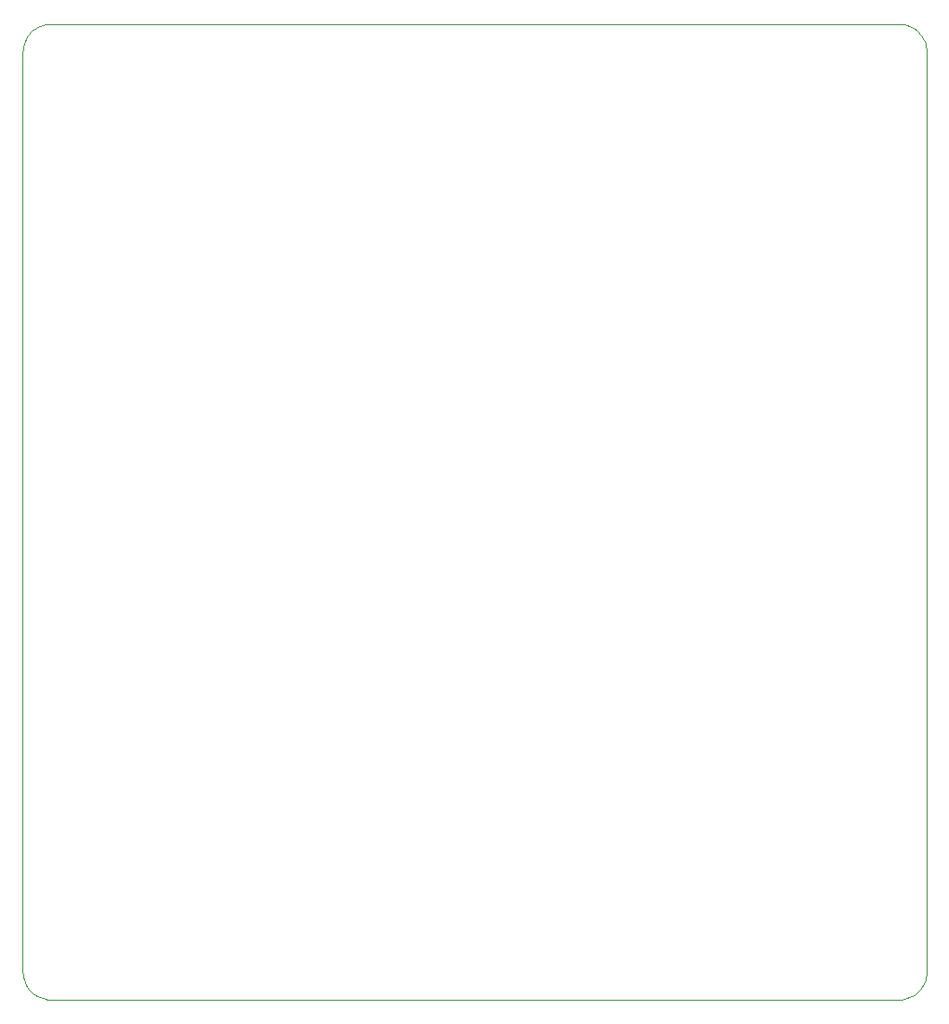
<source format=gko>
G04*
G04 #@! TF.GenerationSoftware,Altium Limited,Altium Designer,20.0.11 (256)*
G04*
G04 Layer_Color=32896*
%FSLAX25Y25*%
%MOIN*%
G70*
G01*
G75*
%ADD154C,0.00100*%
D154*
X323500Y339000D02*
X323452Y339980D01*
X323308Y340951D01*
X323069Y341903D01*
X322739Y342827D01*
X322319Y343714D01*
X321815Y344556D01*
X321230Y345344D01*
X320571Y346071D01*
X319844Y346730D01*
X319056Y347315D01*
X318214Y347819D01*
X317327Y348239D01*
X316403Y348569D01*
X315451Y348808D01*
X314480Y348952D01*
X313500Y349000D01*
X10000D02*
X9020Y348952D01*
X8049Y348808D01*
X7097Y348569D01*
X6173Y348239D01*
X5286Y347819D01*
X4444Y347315D01*
X3656Y346730D01*
X2929Y346071D01*
X2270Y345344D01*
X1685Y344556D01*
X1181Y343714D01*
X761Y342827D01*
X431Y341903D01*
X192Y340951D01*
X48Y339980D01*
X0Y339000D01*
Y10000D02*
X48Y9020D01*
X192Y8049D01*
X431Y7097D01*
X761Y6173D01*
X1181Y5286D01*
X1685Y4444D01*
X2270Y3656D01*
X2929Y2929D01*
X3656Y2270D01*
X4444Y1685D01*
X5286Y1181D01*
X6173Y761D01*
X7097Y431D01*
X8049Y192D01*
X9020Y48D01*
X10000Y0D01*
X313500Y0D02*
X314480Y48D01*
X315451Y192D01*
X316403Y431D01*
X317327Y761D01*
X318214Y1181D01*
X319056Y1685D01*
X319844Y2270D01*
X320571Y2929D01*
X321230Y3656D01*
X321815Y4444D01*
X322319Y5286D01*
X322739Y6173D01*
X323069Y7097D01*
X323308Y8049D01*
X323452Y9020D01*
X323500Y10000D01*
X323500D02*
Y339000D01*
X10000Y349000D02*
X313500D01*
X0Y10000D02*
Y339000D01*
X10000Y0D02*
X313500D01*
M02*

</source>
